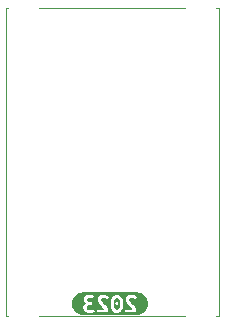
<source format=gbr>
G04 #@! TF.GenerationSoftware,KiCad,Pcbnew,6.0.10+dfsg-1~bpo11+1*
G04 #@! TF.ProjectId,mag,6d61672e-6b69-4636-9164-5f7063625858,rev?*
G04 #@! TF.SameCoordinates,Original*
G04 #@! TF.FileFunction,Legend,Bot*
G04 #@! TF.FilePolarity,Positive*
%FSLAX46Y46*%
G04 Gerber Fmt 4.6, Leading zero omitted, Abs format (unit mm)*
%MOMM*%
%LPD*%
G01*
G04 APERTURE LIST*
G04 #@! TA.AperFunction,Profile*
%ADD10C,0.120000*%
G04 #@! TD*
%ADD11C,0.900000*%
%ADD12C,2.500000*%
%ADD13C,1.500000*%
G04 APERTURE END LIST*
D10*
X126500000Y-100000000D02*
X144500000Y-100000000D01*
X144500000Y-100000000D02*
X144500000Y-126000000D01*
X144500000Y-126000000D02*
X126500000Y-126000000D01*
X126500000Y-126000000D02*
X126500000Y-100000000D01*
G36*
X132839323Y-125948989D02*
G01*
X132657812Y-125893929D01*
X132490530Y-125804514D01*
X132343906Y-125684183D01*
X132223575Y-125537559D01*
X132134161Y-125370277D01*
X132112854Y-125300038D01*
X133028288Y-125300038D01*
X133061625Y-125488156D01*
X133164019Y-125636984D01*
X133242600Y-125692944D01*
X133340231Y-125734616D01*
X133457508Y-125760512D01*
X133595025Y-125769144D01*
X133710516Y-125760809D01*
X133827197Y-125740569D01*
X133836613Y-125738188D01*
X134192719Y-125738188D01*
X135154744Y-125738188D01*
X135160697Y-125678656D01*
X135159506Y-125628650D01*
X135148493Y-125514350D01*
X135115453Y-125409575D01*
X135065447Y-125313432D01*
X135003534Y-125225028D01*
X134933288Y-125143470D01*
X134858278Y-125067866D01*
X134784211Y-124997619D01*
X135376200Y-124997619D01*
X135384386Y-125180380D01*
X135408942Y-125338138D01*
X135449870Y-125470892D01*
X135507169Y-125578644D01*
X135607710Y-125684477D01*
X135734710Y-125747977D01*
X135888169Y-125769144D01*
X136041627Y-125747977D01*
X136061205Y-125738188D01*
X136573969Y-125738188D01*
X137535994Y-125738188D01*
X137541947Y-125678656D01*
X137540756Y-125628650D01*
X137529743Y-125514350D01*
X137496703Y-125409575D01*
X137446697Y-125313432D01*
X137384784Y-125225028D01*
X137314538Y-125143470D01*
X137239528Y-125067866D01*
X137164519Y-124996726D01*
X137094272Y-124928563D01*
X136982353Y-124799975D01*
X136938300Y-124673769D01*
X136993069Y-124534466D01*
X137131181Y-124485650D01*
X137276438Y-124518988D01*
X137426456Y-124630906D01*
X137571713Y-124426119D01*
X137469021Y-124339203D01*
X137351447Y-124278481D01*
X137226729Y-124242763D01*
X137102606Y-124230856D01*
X136928775Y-124257050D01*
X136781138Y-124335631D01*
X136678744Y-124467791D01*
X136640644Y-124652338D01*
X136669219Y-124798784D01*
X136745419Y-124935706D01*
X136852575Y-125064294D01*
X136974019Y-125183356D01*
X137045456Y-125251222D01*
X137121656Y-125332184D01*
X137182378Y-125416719D01*
X137207381Y-125495300D01*
X136573969Y-125495300D01*
X136573969Y-125738188D01*
X136061205Y-125738188D01*
X136168627Y-125684477D01*
X136269169Y-125578644D01*
X136326468Y-125470892D01*
X136367395Y-125338138D01*
X136391952Y-125180380D01*
X136400138Y-124997619D01*
X136391803Y-124816941D01*
X136366800Y-124660672D01*
X136325128Y-124528810D01*
X136266788Y-124421356D01*
X136165452Y-124315523D01*
X136039246Y-124252023D01*
X135888169Y-124230856D01*
X135734710Y-124251891D01*
X135607710Y-124314994D01*
X135507169Y-124420166D01*
X135449870Y-124527247D01*
X135408942Y-124659184D01*
X135384386Y-124815974D01*
X135376200Y-124997619D01*
X134784211Y-124997619D01*
X134783269Y-124996726D01*
X134713022Y-124928563D01*
X134601103Y-124799975D01*
X134557050Y-124673769D01*
X134611819Y-124534466D01*
X134749931Y-124485650D01*
X134895188Y-124518988D01*
X135045206Y-124630906D01*
X135190463Y-124426119D01*
X135087771Y-124339203D01*
X134970197Y-124278481D01*
X134845479Y-124242763D01*
X134721356Y-124230856D01*
X134547525Y-124257050D01*
X134399888Y-124335631D01*
X134297494Y-124467791D01*
X134259394Y-124652338D01*
X134287969Y-124798784D01*
X134364169Y-124935706D01*
X134471325Y-125064294D01*
X134592769Y-125183356D01*
X134664206Y-125251222D01*
X134740406Y-125332184D01*
X134801128Y-125416719D01*
X134826131Y-125495300D01*
X134192719Y-125495300D01*
X134192719Y-125738188D01*
X133836613Y-125738188D01*
X133930781Y-125714375D01*
X134004600Y-125688181D01*
X133947450Y-125442913D01*
X133805766Y-125492919D01*
X133710218Y-125512564D01*
X133597406Y-125519113D01*
X133469712Y-125503039D01*
X133386666Y-125454819D01*
X133325944Y-125295275D01*
X133349161Y-125196155D01*
X133418813Y-125132159D01*
X133524183Y-125097334D01*
X133654556Y-125085725D01*
X133745044Y-125085725D01*
X133745044Y-124842838D01*
X133635506Y-124842838D01*
X133545019Y-124833313D01*
X133464056Y-124802356D01*
X133405716Y-124745206D01*
X133383094Y-124654719D01*
X133431909Y-124527322D01*
X133566450Y-124480888D01*
X133731947Y-124508272D01*
X133873631Y-124576138D01*
X133978406Y-124361825D01*
X133808147Y-124274909D01*
X133695335Y-124241870D01*
X133568831Y-124230856D01*
X133453043Y-124238595D01*
X133353328Y-124261813D01*
X133202119Y-124348728D01*
X133114013Y-124480888D01*
X133085438Y-124645194D01*
X133135444Y-124814263D01*
X133268794Y-124938088D01*
X133167293Y-124997023D01*
X133091391Y-125078581D01*
X133044063Y-125180380D01*
X133028288Y-125300038D01*
X132112854Y-125300038D01*
X132079100Y-125188766D01*
X132060508Y-125000000D01*
X132079100Y-124811234D01*
X132134161Y-124629723D01*
X132223575Y-124462441D01*
X132343906Y-124315817D01*
X132490530Y-124195486D01*
X132657812Y-124106071D01*
X132839323Y-124051011D01*
X133028089Y-124032419D01*
X137571911Y-124032419D01*
X137760677Y-124051011D01*
X137942188Y-124106071D01*
X138109470Y-124195486D01*
X138256094Y-124315817D01*
X138376425Y-124462441D01*
X138465839Y-124629723D01*
X138520900Y-124811234D01*
X138539492Y-125000000D01*
X138520900Y-125188766D01*
X138465839Y-125370277D01*
X138376425Y-125537559D01*
X138256094Y-125684183D01*
X138109470Y-125804514D01*
X137942188Y-125893929D01*
X137760677Y-125948989D01*
X137571911Y-125967581D01*
X133028089Y-125967581D01*
X132839323Y-125948989D01*
G37*
G36*
X135703622Y-125384572D02*
G01*
X135668565Y-125282840D01*
X135647530Y-125153855D01*
X135640519Y-124997619D01*
X135641597Y-124973806D01*
X135754819Y-124973806D01*
X135791728Y-125084534D01*
X135885788Y-125130969D01*
X135983419Y-125084534D01*
X136019138Y-124973806D01*
X135983419Y-124861888D01*
X135885788Y-124814263D01*
X135791728Y-124861888D01*
X135754819Y-124973806D01*
X135641597Y-124973806D01*
X135647530Y-124842705D01*
X135668565Y-124714515D01*
X135703622Y-124613047D01*
X135781310Y-124513927D01*
X135888169Y-124480888D01*
X135993539Y-124513927D01*
X136071525Y-124613047D01*
X136107244Y-124714515D01*
X136128675Y-124842705D01*
X136135819Y-124997619D01*
X136128675Y-125153855D01*
X136107244Y-125282840D01*
X136071525Y-125384572D01*
X135993539Y-125483691D01*
X135888169Y-125516731D01*
X135885788Y-125515995D01*
X135781310Y-125483691D01*
X135703622Y-125384572D01*
G37*
%LPC*%
D11*
X131500000Y-125000000D03*
X128500000Y-106000000D03*
X142500000Y-103000000D03*
D12*
X128000000Y-100000000D03*
X143000000Y-100000000D03*
X143000000Y-126000000D03*
X128000000Y-126000000D03*
D13*
X131500000Y-110000000D03*
G36*
G01*
X130500000Y-122000000D02*
X130500000Y-110000000D01*
G75*
G02*
X131500000Y-109000000I1000000J0D01*
G01*
X139500000Y-109000000D01*
G75*
G02*
X140500000Y-110000000I0J-1000000D01*
G01*
X140500000Y-122000000D01*
G75*
G02*
X139500000Y-123000000I-1000000J0D01*
G01*
X131500000Y-123000000D01*
G75*
G02*
X130500000Y-122000000I0J1000000D01*
G01*
G37*
X139500000Y-122000000D03*
X135500000Y-120000000D03*
X133500000Y-114000000D03*
X131500000Y-116000000D03*
X139500000Y-114000000D03*
X137500000Y-110000000D03*
X135500000Y-122000000D03*
X131500000Y-114000000D03*
X139500000Y-116000000D03*
X133500000Y-120000000D03*
X137500000Y-120000000D03*
X139500000Y-118000000D03*
X139500000Y-110000000D03*
X131500000Y-122000000D03*
X137500000Y-118000000D03*
X139500000Y-120000000D03*
X131500000Y-112000000D03*
X133500000Y-112000000D03*
X133500000Y-110000000D03*
X137500000Y-116000000D03*
X137500000Y-112000000D03*
X137500000Y-122000000D03*
X137500000Y-114000000D03*
X133500000Y-116000000D03*
X133500000Y-118000000D03*
X135500000Y-118000000D03*
X139500000Y-112000000D03*
X133500000Y-122000000D03*
X135500000Y-116000000D03*
X135500000Y-112000000D03*
X135500000Y-110000000D03*
X131500000Y-118000000D03*
X131500000Y-120000000D03*
X135500000Y-114000000D03*
X128500000Y-109600000D03*
X128500000Y-111600000D03*
X128500000Y-113600000D03*
X128500000Y-115600000D03*
X128500000Y-117600000D03*
X128500000Y-119600000D03*
X128500000Y-121600000D03*
X128500000Y-123600000D03*
X142500000Y-123600000D03*
X142500000Y-121600000D03*
X142500000Y-119600000D03*
X142500000Y-117600000D03*
X142500000Y-115600000D03*
X142500000Y-113600000D03*
X142500000Y-111600000D03*
X142500000Y-109600000D03*
M02*

</source>
